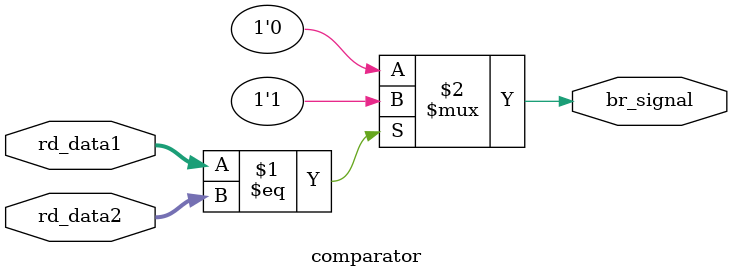
<source format=v>

module comparator(rd_data1, rd_data2, br_signal);

input [31:0] rd_data1, rd_data2;
output br_signal;


assign br_signal =(rd_data1==rd_data2)?1'b1 : 1'b0 ;


/*
always @ (*)
	begin 
	if(rd_data1==rd_data2) 
		br_signal <= 1'b1;

	else
		br_signal <= 1'b0;
	
	end
*/
endmodule
</source>
